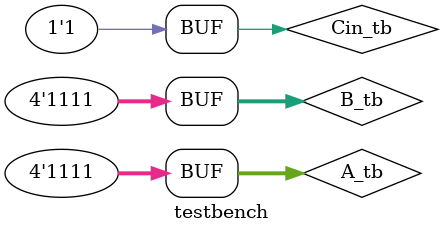
<source format=sv>
`timescale 1ns/1ps

module testbench;
  reg [3:0] A_tb, B_tb;
  reg Cin_tb;
  wire [3:0] Sum_tb;
  wire Cout_tb;
  
  RippleAdd DUT (.A(A_tb),
          .B(B_tb),
          .Cin(Cin_tb),
          .Sum(Sum_tb),
          .Cout(Cout_tb));
  initial begin
    // Initialize the dump file
    $dumpfile("dump.vcd");
    $dumpvars(0, testbench);
    
    // Test Case 1
    A_tb = 4'b0000;
    B_tb = 4'b0000;
    Cin_tb = 1'b0;
    #5;
    
    // Test Case 2
    A_tb = 4'b0000;
    B_tb = 4'b0000;
    Cin_tb = 1'b1;
    #5;
    
    // Test Case 3
    A_tb = 4'b0001;
    B_tb = 4'b0000;
    #5;
    
    // Test Case 4
    A_tb = 4'b0011;
    B_tb = 4'b0101;
    #5;
    
    // Test Case 5
    A_tb = 4'b0100;
    B_tb = 4'b0011;
    #5;
    
    // Test Case 6
    A_tb = 4'b1010;
    B_tb = 4'b0010;
    #5;
    
    // Test Case 7
    A_tb = 4'b1011;
    B_tb = 4'b1000;
    #5;
    
    // Test Case 8
    A_tb = 4'b1100;
    B_tb = 4'b0111;
    #5;
    
    // Test Case 9
    A_tb = 4'b0111;
    B_tb = 4'b1000;
    #5;
    // Test Case 3
    A_tb = 4'b1111;
    B_tb = 4'b1111;
    #5;
    
  end
endmodule
</source>
